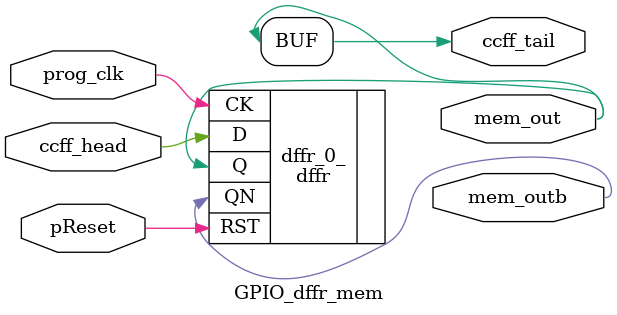
<source format=v>
`default_nettype none

module mux_tree_tapbuf_size4_mem(pReset,
                                 prog_clk,
                                 ccff_head,
                                 ccff_tail,
                                 mem_out,
                                 mem_outb);
//----- GLOBAL PORTS -----
input [0:0] pReset;
//----- GLOBAL PORTS -----
input [0:0] prog_clk;
//----- INPUT PORTS -----
input [0:0] ccff_head;
//----- OUTPUT PORTS -----
output [0:0] ccff_tail;
//----- OUTPUT PORTS -----
output [0:2] mem_out;
//----- OUTPUT PORTS -----
output [0:2] mem_outb;

//----- BEGIN wire-connection ports -----
//----- END wire-connection ports -----


//----- BEGIN Registered ports -----
//----- END Registered ports -----



// ----- BEGIN Local short connections -----
// ----- END Local short connections -----
// ----- BEGIN Local output short connections -----
	assign ccff_tail[0] = mem_out[2];
// ----- END Local output short connections -----

	dffr dffr_0_ (
		.RST(pReset),
		.CK(prog_clk),
		.D(ccff_head),
		.Q(mem_out[0]),
		.QN(mem_outb[0]));

	dffr dffr_1_ (
		.RST(pReset),
		.CK(prog_clk),
		.D(mem_out[0]),
		.Q(mem_out[1]),
		.QN(mem_outb[1]));

	dffr dffr_2_ (
		.RST(pReset),
		.CK(prog_clk),
		.D(mem_out[1]),
		.Q(mem_out[2]),
		.QN(mem_outb[2]));

endmodule
// ----- END Verilog module for mux_tree_tapbuf_size4_mem -----

//----- Default net type -----
`default_nettype wire




//----- Default net type -----
`default_nettype none

// ----- Verilog module for mux_tree_tapbuf_size2_mem -----
module mux_tree_tapbuf_size2_mem(pReset,
                                 prog_clk,
                                 ccff_head,
                                 ccff_tail,
                                 mem_out,
                                 mem_outb);
//----- GLOBAL PORTS -----
input [0:0] pReset;
//----- GLOBAL PORTS -----
input [0:0] prog_clk;
//----- INPUT PORTS -----
input [0:0] ccff_head;
//----- OUTPUT PORTS -----
output [0:0] ccff_tail;
//----- OUTPUT PORTS -----
output [0:1] mem_out;
//----- OUTPUT PORTS -----
output [0:1] mem_outb;

//----- BEGIN wire-connection ports -----
//----- END wire-connection ports -----


//----- BEGIN Registered ports -----
//----- END Registered ports -----



// ----- BEGIN Local short connections -----
// ----- END Local short connections -----
// ----- BEGIN Local output short connections -----
	assign ccff_tail[0] = mem_out[1];
// ----- END Local output short connections -----

	dffr dffr_0_ (
		.RST(pReset),
		.CK(prog_clk),
		.D(ccff_head),
		.Q(mem_out[0]),
		.QN(mem_outb[0]));

	dffr dffr_1_ (
		.RST(pReset),
		.CK(prog_clk),
		.D(mem_out[0]),
		.Q(mem_out[1]),
		.QN(mem_outb[1]));

endmodule
// ----- END Verilog module for mux_tree_tapbuf_size2_mem -----

//----- Default net type -----
`default_nettype wire




//----- Default net type -----
`default_nettype none

// ----- Verilog module for mux_tree_tapbuf_size3_mem -----
module mux_tree_tapbuf_size3_mem(pReset,
                                 prog_clk,
                                 ccff_head,
                                 ccff_tail,
                                 mem_out,
                                 mem_outb);
//----- GLOBAL PORTS -----
input [0:0] pReset;
//----- GLOBAL PORTS -----
input [0:0] prog_clk;
//----- INPUT PORTS -----
input [0:0] ccff_head;
//----- OUTPUT PORTS -----
output [0:0] ccff_tail;
//----- OUTPUT PORTS -----
output [0:1] mem_out;
//----- OUTPUT PORTS -----
output [0:1] mem_outb;

//----- BEGIN wire-connection ports -----
//----- END wire-connection ports -----


//----- BEGIN Registered ports -----
//----- END Registered ports -----



// ----- BEGIN Local short connections -----
// ----- END Local short connections -----
// ----- BEGIN Local output short connections -----
	assign ccff_tail[0] = mem_out[1];
// ----- END Local output short connections -----

	dffr dffr_0_ (
		.RST(pReset),
		.CK(prog_clk),
		.D(ccff_head),
		.Q(mem_out[0]),
		.QN(mem_outb[0]));

	dffr dffr_1_ (
		.RST(pReset),
		.CK(prog_clk),
		.D(mem_out[0]),
		.Q(mem_out[1]),
		.QN(mem_outb[1]));

endmodule
// ----- END Verilog module for mux_tree_tapbuf_size3_mem -----

//----- Default net type -----
`default_nettype wire




//----- Default net type -----
`default_nettype none

// ----- Verilog module for mux_tree_tapbuf_size9_mem -----
module mux_tree_tapbuf_size9_mem(pReset,
                                 prog_clk,
                                 ccff_head,
                                 ccff_tail,
                                 mem_out,
                                 mem_outb);
//----- GLOBAL PORTS -----
input [0:0] pReset;
//----- GLOBAL PORTS -----
input [0:0] prog_clk;
//----- INPUT PORTS -----
input [0:0] ccff_head;
//----- OUTPUT PORTS -----
output [0:0] ccff_tail;
//----- OUTPUT PORTS -----
output [0:3] mem_out;
//----- OUTPUT PORTS -----
output [0:3] mem_outb;

//----- BEGIN wire-connection ports -----
//----- END wire-connection ports -----


//----- BEGIN Registered ports -----
//----- END Registered ports -----



// ----- BEGIN Local short connections -----
// ----- END Local short connections -----
// ----- BEGIN Local output short connections -----
	assign ccff_tail[0] = mem_out[3];
// ----- END Local output short connections -----

	dffr dffr_0_ (
		.RST(pReset),
		.CK(prog_clk),
		.D(ccff_head),
		.Q(mem_out[0]),
		.QN(mem_outb[0]));

	dffr dffr_1_ (
		.RST(pReset),
		.CK(prog_clk),
		.D(mem_out[0]),
		.Q(mem_out[1]),
		.QN(mem_outb[1]));

	dffr dffr_2_ (
		.RST(pReset),
		.CK(prog_clk),
		.D(mem_out[1]),
		.Q(mem_out[2]),
		.QN(mem_outb[2]));

	dffr dffr_3_ (
		.RST(pReset),
		.CK(prog_clk),
		.D(mem_out[2]),
		.Q(mem_out[3]),
		.QN(mem_outb[3]));

endmodule
// ----- END Verilog module for mux_tree_tapbuf_size9_mem -----

//----- Default net type -----
`default_nettype wire




//----- Default net type -----
`default_nettype none

// ----- Verilog module for mux_tree_tapbuf_size7_mem -----
module mux_tree_tapbuf_size7_mem(pReset,
                                 prog_clk,
                                 ccff_head,
                                 ccff_tail,
                                 mem_out,
                                 mem_outb);
//----- GLOBAL PORTS -----
input [0:0] pReset;
//----- GLOBAL PORTS -----
input [0:0] prog_clk;
//----- INPUT PORTS -----
input [0:0] ccff_head;
//----- OUTPUT PORTS -----
output [0:0] ccff_tail;
//----- OUTPUT PORTS -----
output [0:2] mem_out;
//----- OUTPUT PORTS -----
output [0:2] mem_outb;

//----- BEGIN wire-connection ports -----
//----- END wire-connection ports -----


//----- BEGIN Registered ports -----
//----- END Registered ports -----



// ----- BEGIN Local short connections -----
// ----- END Local short connections -----
// ----- BEGIN Local output short connections -----
	assign ccff_tail[0] = mem_out[2];
// ----- END Local output short connections -----

	dffr dffr_0_ (
		.RST(pReset),
		.CK(prog_clk),
		.D(ccff_head),
		.Q(mem_out[0]),
		.QN(mem_outb[0]));

	dffr dffr_1_ (
		.RST(pReset),
		.CK(prog_clk),
		.D(mem_out[0]),
		.Q(mem_out[1]),
		.QN(mem_outb[1]));

	dffr dffr_2_ (
		.RST(pReset),
		.CK(prog_clk),
		.D(mem_out[1]),
		.Q(mem_out[2]),
		.QN(mem_outb[2]));

endmodule
// ----- END Verilog module for mux_tree_tapbuf_size7_mem -----

//----- Default net type -----
`default_nettype wire




//----- Default net type -----
`default_nettype none

// ----- Verilog module for mux_tree_tapbuf_size5_mem -----
module mux_tree_tapbuf_size5_mem(pReset,
                                 prog_clk,
                                 ccff_head,
                                 ccff_tail,
                                 mem_out,
                                 mem_outb);
//----- GLOBAL PORTS -----
input [0:0] pReset;
//----- GLOBAL PORTS -----
input [0:0] prog_clk;
//----- INPUT PORTS -----
input [0:0] ccff_head;
//----- OUTPUT PORTS -----
output [0:0] ccff_tail;
//----- OUTPUT PORTS -----
output [0:2] mem_out;
//----- OUTPUT PORTS -----
output [0:2] mem_outb;

//----- BEGIN wire-connection ports -----
//----- END wire-connection ports -----


//----- BEGIN Registered ports -----
//----- END Registered ports -----



// ----- BEGIN Local short connections -----
// ----- END Local short connections -----
// ----- BEGIN Local output short connections -----
	assign ccff_tail[0] = mem_out[2];
// ----- END Local output short connections -----

	dffr dffr_0_ (
		.RST(pReset),
		.CK(prog_clk),
		.D(ccff_head),
		.Q(mem_out[0]),
		.QN(mem_outb[0]));

	dffr dffr_1_ (
		.RST(pReset),
		.CK(prog_clk),
		.D(mem_out[0]),
		.Q(mem_out[1]),
		.QN(mem_outb[1]));

	dffr dffr_2_ (
		.RST(pReset),
		.CK(prog_clk),
		.D(mem_out[1]),
		.Q(mem_out[2]),
		.QN(mem_outb[2]));

endmodule
// ----- END Verilog module for mux_tree_tapbuf_size5_mem -----

//----- Default net type -----
`default_nettype wire




//----- Default net type -----
`default_nettype none

// ----- Verilog module for mux_tree_tapbuf_size6_mem -----
module mux_tree_tapbuf_size6_mem(pReset,
                                 prog_clk,
                                 ccff_head,
                                 ccff_tail,
                                 mem_out,
                                 mem_outb);
//----- GLOBAL PORTS -----
input [0:0] pReset;
//----- GLOBAL PORTS -----
input [0:0] prog_clk;
//----- INPUT PORTS -----
input [0:0] ccff_head;
//----- OUTPUT PORTS -----
output [0:0] ccff_tail;
//----- OUTPUT PORTS -----
output [0:2] mem_out;
//----- OUTPUT PORTS -----
output [0:2] mem_outb;

//----- BEGIN wire-connection ports -----
//----- END wire-connection ports -----


//----- BEGIN Registered ports -----
//----- END Registered ports -----



// ----- BEGIN Local short connections -----
// ----- END Local short connections -----
// ----- BEGIN Local output short connections -----
	assign ccff_tail[0] = mem_out[2];
// ----- END Local output short connections -----

	dffr dffr_0_ (
		.RST(pReset),
		.CK(prog_clk),
		.D(ccff_head),
		.Q(mem_out[0]),
		.QN(mem_outb[0]));

	dffr dffr_1_ (
		.RST(pReset),
		.CK(prog_clk),
		.D(mem_out[0]),
		.Q(mem_out[1]),
		.QN(mem_outb[1]));

	dffr dffr_2_ (
		.RST(pReset),
		.CK(prog_clk),
		.D(mem_out[1]),
		.Q(mem_out[2]),
		.QN(mem_outb[2]));

endmodule
// ----- END Verilog module for mux_tree_tapbuf_size6_mem -----

//----- Default net type -----
`default_nettype wire




//----- Default net type -----
`default_nettype none

// ----- Verilog module for mux_tree_tapbuf_size12_mem -----
module mux_tree_tapbuf_size12_mem(pReset,
                                  prog_clk,
                                  ccff_head,
                                  ccff_tail,
                                  mem_out,
                                  mem_outb);
//----- GLOBAL PORTS -----
input [0:0] pReset;
//----- GLOBAL PORTS -----
input [0:0] prog_clk;
//----- INPUT PORTS -----
input [0:0] ccff_head;
//----- OUTPUT PORTS -----
output [0:0] ccff_tail;
//----- OUTPUT PORTS -----
output [0:3] mem_out;
//----- OUTPUT PORTS -----
output [0:3] mem_outb;

//----- BEGIN wire-connection ports -----
//----- END wire-connection ports -----


//----- BEGIN Registered ports -----
//----- END Registered ports -----



// ----- BEGIN Local short connections -----
// ----- END Local short connections -----
// ----- BEGIN Local output short connections -----
	assign ccff_tail[0] = mem_out[3];
// ----- END Local output short connections -----

	dffr dffr_0_ (
		.RST(pReset),
		.CK(prog_clk),
		.D(ccff_head),
		.Q(mem_out[0]),
		.QN(mem_outb[0]));

	dffr dffr_1_ (
		.RST(pReset),
		.CK(prog_clk),
		.D(mem_out[0]),
		.Q(mem_out[1]),
		.QN(mem_outb[1]));

	dffr dffr_2_ (
		.RST(pReset),
		.CK(prog_clk),
		.D(mem_out[1]),
		.Q(mem_out[2]),
		.QN(mem_outb[2]));

	dffr dffr_3_ (
		.RST(pReset),
		.CK(prog_clk),
		.D(mem_out[2]),
		.Q(mem_out[3]),
		.QN(mem_outb[3]));

endmodule
// ----- END Verilog module for mux_tree_tapbuf_size12_mem -----

//----- Default net type -----
`default_nettype wire




//----- Default net type -----
`default_nettype none

// ----- Verilog module for mux_tree_tapbuf_size8_mem -----
module mux_tree_tapbuf_size8_mem(pReset,
                                 prog_clk,
                                 ccff_head,
                                 ccff_tail,
                                 mem_out,
                                 mem_outb);
//----- GLOBAL PORTS -----
input [0:0] pReset;
//----- GLOBAL PORTS -----
input [0:0] prog_clk;
//----- INPUT PORTS -----
input [0:0] ccff_head;
//----- OUTPUT PORTS -----
output [0:0] ccff_tail;
//----- OUTPUT PORTS -----
output [0:3] mem_out;
//----- OUTPUT PORTS -----
output [0:3] mem_outb;

//----- BEGIN wire-connection ports -----
//----- END wire-connection ports -----


//----- BEGIN Registered ports -----
//----- END Registered ports -----



// ----- BEGIN Local short connections -----
// ----- END Local short connections -----
// ----- BEGIN Local output short connections -----
	assign ccff_tail[0] = mem_out[3];
// ----- END Local output short connections -----

	dffr dffr_0_ (
		.RST(pReset),
		.CK(prog_clk),
		.D(ccff_head),
		.Q(mem_out[0]),
		.QN(mem_outb[0]));

	dffr dffr_1_ (
		.RST(pReset),
		.CK(prog_clk),
		.D(mem_out[0]),
		.Q(mem_out[1]),
		.QN(mem_outb[1]));

	dffr dffr_2_ (
		.RST(pReset),
		.CK(prog_clk),
		.D(mem_out[1]),
		.Q(mem_out[2]),
		.QN(mem_outb[2]));

	dffr dffr_3_ (
		.RST(pReset),
		.CK(prog_clk),
		.D(mem_out[2]),
		.Q(mem_out[3]),
		.QN(mem_outb[3]));

endmodule
// ----- END Verilog module for mux_tree_tapbuf_size8_mem -----

//----- Default net type -----
`default_nettype wire




//----- Default net type -----
`default_nettype none

// ----- Verilog module for mux_tree_size60_mem -----
module mux_tree_size60_mem(pReset,
                           prog_clk,
                           ccff_head,
                           ccff_tail,
                           mem_out,
                           mem_outb);
//----- GLOBAL PORTS -----
input [0:0] pReset;
//----- GLOBAL PORTS -----
input [0:0] prog_clk;
//----- INPUT PORTS -----
input [0:0] ccff_head;
//----- OUTPUT PORTS -----
output [0:0] ccff_tail;
//----- OUTPUT PORTS -----
output [0:5] mem_out;
//----- OUTPUT PORTS -----
output [0:5] mem_outb;

//----- BEGIN wire-connection ports -----
//----- END wire-connection ports -----


//----- BEGIN Registered ports -----
//----- END Registered ports -----



// ----- BEGIN Local short connections -----
// ----- END Local short connections -----
// ----- BEGIN Local output short connections -----
	assign ccff_tail[0] = mem_out[5];
// ----- END Local output short connections -----

	dffr dffr_0_ (
		.RST(pReset),
		.CK(prog_clk),
		.D(ccff_head),
		.Q(mem_out[0]),
		.QN(mem_outb[0]));

	dffr dffr_1_ (
		.RST(pReset),
		.CK(prog_clk),
		.D(mem_out[0]),
		.Q(mem_out[1]),
		.QN(mem_outb[1]));

	dffr dffr_2_ (
		.RST(pReset),
		.CK(prog_clk),
		.D(mem_out[1]),
		.Q(mem_out[2]),
		.QN(mem_outb[2]));

	dffr dffr_3_ (
		.RST(pReset),
		.CK(prog_clk),
		.D(mem_out[2]),
		.Q(mem_out[3]),
		.QN(mem_outb[3]));

	dffr dffr_4_ (
		.RST(pReset),
		.CK(prog_clk),
		.D(mem_out[3]),
		.Q(mem_out[4]),
		.QN(mem_outb[4]));

	dffr dffr_5_ (
		.RST(pReset),
		.CK(prog_clk),
		.D(mem_out[4]),
		.Q(mem_out[5]),
		.QN(mem_outb[5]));

endmodule
// ----- END Verilog module for mux_tree_size60_mem -----

//----- Default net type -----
`default_nettype wire




//----- Default net type -----
`default_nettype none

// ----- Verilog module for mux_tree_size2_mem -----
module mux_tree_size2_mem(pReset,
                          prog_clk,
                          ccff_head,
                          ccff_tail,
                          mem_out,
                          mem_outb);
//----- GLOBAL PORTS -----
input [0:0] pReset;
//----- GLOBAL PORTS -----
input [0:0] prog_clk;
//----- INPUT PORTS -----
input [0:0] ccff_head;
//----- OUTPUT PORTS -----
output [0:0] ccff_tail;
//----- OUTPUT PORTS -----
output [0:1] mem_out;
//----- OUTPUT PORTS -----
output [0:1] mem_outb;

//----- BEGIN wire-connection ports -----
//----- END wire-connection ports -----


//----- BEGIN Registered ports -----
//----- END Registered ports -----



// ----- BEGIN Local short connections -----
// ----- END Local short connections -----
// ----- BEGIN Local output short connections -----
	assign ccff_tail[0] = mem_out[1];
// ----- END Local output short connections -----

	dffr dffr_0_ (
		.RST(pReset),
		.CK(prog_clk),
		.D(ccff_head),
		.Q(mem_out[0]),
		.QN(mem_outb[0]));

	dffr dffr_1_ (
		.RST(pReset),
		.CK(prog_clk),
		.D(mem_out[0]),
		.Q(mem_out[1]),
		.QN(mem_outb[1]));

endmodule
// ----- END Verilog module for mux_tree_size2_mem -----

//----- Default net type -----
`default_nettype wire




//----- Default net type -----
`default_nettype none

// ----- Verilog module for frac_lut6_dffr_mem -----
module frac_lut6_dffr_mem(pReset,
                          prog_clk,
                          ccff_head,
                          ccff_tail,
                          mem_out,
                          mem_outb);
//----- GLOBAL PORTS -----
input [0:0] pReset;
//----- GLOBAL PORTS -----
input [0:0] prog_clk;
//----- INPUT PORTS -----
input [0:0] ccff_head;
//----- OUTPUT PORTS -----
output [0:0] ccff_tail;
//----- OUTPUT PORTS -----
output [0:64] mem_out;
//----- OUTPUT PORTS -----
output [0:64] mem_outb;

//----- BEGIN wire-connection ports -----
//----- END wire-connection ports -----


//----- BEGIN Registered ports -----
//----- END Registered ports -----



// ----- BEGIN Local short connections -----
// ----- END Local short connections -----
// ----- BEGIN Local output short connections -----
	assign ccff_tail[0] = mem_out[64];
// ----- END Local output short connections -----

	dffr dffr_0_ (
		.RST(pReset),
		.CK(prog_clk),
		.D(ccff_head),
		.Q(mem_out[0]),
		.QN(mem_outb[0]));

	dffr dffr_1_ (
		.RST(pReset),
		.CK(prog_clk),
		.D(mem_out[0]),
		.Q(mem_out[1]),
		.QN(mem_outb[1]));

	dffr dffr_2_ (
		.RST(pReset),
		.CK(prog_clk),
		.D(mem_out[1]),
		.Q(mem_out[2]),
		.QN(mem_outb[2]));

	dffr dffr_3_ (
		.RST(pReset),
		.CK(prog_clk),
		.D(mem_out[2]),
		.Q(mem_out[3]),
		.QN(mem_outb[3]));

	dffr dffr_4_ (
		.RST(pReset),
		.CK(prog_clk),
		.D(mem_out[3]),
		.Q(mem_out[4]),
		.QN(mem_outb[4]));

	dffr dffr_5_ (
		.RST(pReset),
		.CK(prog_clk),
		.D(mem_out[4]),
		.Q(mem_out[5]),
		.QN(mem_outb[5]));

	dffr dffr_6_ (
		.RST(pReset),
		.CK(prog_clk),
		.D(mem_out[5]),
		.Q(mem_out[6]),
		.QN(mem_outb[6]));

	dffr dffr_7_ (
		.RST(pReset),
		.CK(prog_clk),
		.D(mem_out[6]),
		.Q(mem_out[7]),
		.QN(mem_outb[7]));

	dffr dffr_8_ (
		.RST(pReset),
		.CK(prog_clk),
		.D(mem_out[7]),
		.Q(mem_out[8]),
		.QN(mem_outb[8]));

	dffr dffr_9_ (
		.RST(pReset),
		.CK(prog_clk),
		.D(mem_out[8]),
		.Q(mem_out[9]),
		.QN(mem_outb[9]));

	dffr dffr_10_ (
		.RST(pReset),
		.CK(prog_clk),
		.D(mem_out[9]),
		.Q(mem_out[10]),
		.QN(mem_outb[10]));

	dffr dffr_11_ (
		.RST(pReset),
		.CK(prog_clk),
		.D(mem_out[10]),
		.Q(mem_out[11]),
		.QN(mem_outb[11]));

	dffr dffr_12_ (
		.RST(pReset),
		.CK(prog_clk),
		.D(mem_out[11]),
		.Q(mem_out[12]),
		.QN(mem_outb[12]));

	dffr dffr_13_ (
		.RST(pReset),
		.CK(prog_clk),
		.D(mem_out[12]),
		.Q(mem_out[13]),
		.QN(mem_outb[13]));

	dffr dffr_14_ (
		.RST(pReset),
		.CK(prog_clk),
		.D(mem_out[13]),
		.Q(mem_out[14]),
		.QN(mem_outb[14]));

	dffr dffr_15_ (
		.RST(pReset),
		.CK(prog_clk),
		.D(mem_out[14]),
		.Q(mem_out[15]),
		.QN(mem_outb[15]));

	dffr dffr_16_ (
		.RST(pReset),
		.CK(prog_clk),
		.D(mem_out[15]),
		.Q(mem_out[16]),
		.QN(mem_outb[16]));

	dffr dffr_17_ (
		.RST(pReset),
		.CK(prog_clk),
		.D(mem_out[16]),
		.Q(mem_out[17]),
		.QN(mem_outb[17]));

	dffr dffr_18_ (
		.RST(pReset),
		.CK(prog_clk),
		.D(mem_out[17]),
		.Q(mem_out[18]),
		.QN(mem_outb[18]));

	dffr dffr_19_ (
		.RST(pReset),
		.CK(prog_clk),
		.D(mem_out[18]),
		.Q(mem_out[19]),
		.QN(mem_outb[19]));

	dffr dffr_20_ (
		.RST(pReset),
		.CK(prog_clk),
		.D(mem_out[19]),
		.Q(mem_out[20]),
		.QN(mem_outb[20]));

	dffr dffr_21_ (
		.RST(pReset),
		.CK(prog_clk),
		.D(mem_out[20]),
		.Q(mem_out[21]),
		.QN(mem_outb[21]));

	dffr dffr_22_ (
		.RST(pReset),
		.CK(prog_clk),
		.D(mem_out[21]),
		.Q(mem_out[22]),
		.QN(mem_outb[22]));

	dffr dffr_23_ (
		.RST(pReset),
		.CK(prog_clk),
		.D(mem_out[22]),
		.Q(mem_out[23]),
		.QN(mem_outb[23]));

	dffr dffr_24_ (
		.RST(pReset),
		.CK(prog_clk),
		.D(mem_out[23]),
		.Q(mem_out[24]),
		.QN(mem_outb[24]));

	dffr dffr_25_ (
		.RST(pReset),
		.CK(prog_clk),
		.D(mem_out[24]),
		.Q(mem_out[25]),
		.QN(mem_outb[25]));

	dffr dffr_26_ (
		.RST(pReset),
		.CK(prog_clk),
		.D(mem_out[25]),
		.Q(mem_out[26]),
		.QN(mem_outb[26]));

	dffr dffr_27_ (
		.RST(pReset),
		.CK(prog_clk),
		.D(mem_out[26]),
		.Q(mem_out[27]),
		.QN(mem_outb[27]));

	dffr dffr_28_ (
		.RST(pReset),
		.CK(prog_clk),
		.D(mem_out[27]),
		.Q(mem_out[28]),
		.QN(mem_outb[28]));

	dffr dffr_29_ (
		.RST(pReset),
		.CK(prog_clk),
		.D(mem_out[28]),
		.Q(mem_out[29]),
		.QN(mem_outb[29]));

	dffr dffr_30_ (
		.RST(pReset),
		.CK(prog_clk),
		.D(mem_out[29]),
		.Q(mem_out[30]),
		.QN(mem_outb[30]));

	dffr dffr_31_ (
		.RST(pReset),
		.CK(prog_clk),
		.D(mem_out[30]),
		.Q(mem_out[31]),
		.QN(mem_outb[31]));

	dffr dffr_32_ (
		.RST(pReset),
		.CK(prog_clk),
		.D(mem_out[31]),
		.Q(mem_out[32]),
		.QN(mem_outb[32]));

	dffr dffr_33_ (
		.RST(pReset),
		.CK(prog_clk),
		.D(mem_out[32]),
		.Q(mem_out[33]),
		.QN(mem_outb[33]));

	dffr dffr_34_ (
		.RST(pReset),
		.CK(prog_clk),
		.D(mem_out[33]),
		.Q(mem_out[34]),
		.QN(mem_outb[34]));

	dffr dffr_35_ (
		.RST(pReset),
		.CK(prog_clk),
		.D(mem_out[34]),
		.Q(mem_out[35]),
		.QN(mem_outb[35]));

	dffr dffr_36_ (
		.RST(pReset),
		.CK(prog_clk),
		.D(mem_out[35]),
		.Q(mem_out[36]),
		.QN(mem_outb[36]));

	dffr dffr_37_ (
		.RST(pReset),
		.CK(prog_clk),
		.D(mem_out[36]),
		.Q(mem_out[37]),
		.QN(mem_outb[37]));

	dffr dffr_38_ (
		.RST(pReset),
		.CK(prog_clk),
		.D(mem_out[37]),
		.Q(mem_out[38]),
		.QN(mem_outb[38]));

	dffr dffr_39_ (
		.RST(pReset),
		.CK(prog_clk),
		.D(mem_out[38]),
		.Q(mem_out[39]),
		.QN(mem_outb[39]));

	dffr dffr_40_ (
		.RST(pReset),
		.CK(prog_clk),
		.D(mem_out[39]),
		.Q(mem_out[40]),
		.QN(mem_outb[40]));

	dffr dffr_41_ (
		.RST(pReset),
		.CK(prog_clk),
		.D(mem_out[40]),
		.Q(mem_out[41]),
		.QN(mem_outb[41]));

	dffr dffr_42_ (
		.RST(pReset),
		.CK(prog_clk),
		.D(mem_out[41]),
		.Q(mem_out[42]),
		.QN(mem_outb[42]));

	dffr dffr_43_ (
		.RST(pReset),
		.CK(prog_clk),
		.D(mem_out[42]),
		.Q(mem_out[43]),
		.QN(mem_outb[43]));

	dffr dffr_44_ (
		.RST(pReset),
		.CK(prog_clk),
		.D(mem_out[43]),
		.Q(mem_out[44]),
		.QN(mem_outb[44]));

	dffr dffr_45_ (
		.RST(pReset),
		.CK(prog_clk),
		.D(mem_out[44]),
		.Q(mem_out[45]),
		.QN(mem_outb[45]));

	dffr dffr_46_ (
		.RST(pReset),
		.CK(prog_clk),
		.D(mem_out[45]),
		.Q(mem_out[46]),
		.QN(mem_outb[46]));

	dffr dffr_47_ (
		.RST(pReset),
		.CK(prog_clk),
		.D(mem_out[46]),
		.Q(mem_out[47]),
		.QN(mem_outb[47]));

	dffr dffr_48_ (
		.RST(pReset),
		.CK(prog_clk),
		.D(mem_out[47]),
		.Q(mem_out[48]),
		.QN(mem_outb[48]));

	dffr dffr_49_ (
		.RST(pReset),
		.CK(prog_clk),
		.D(mem_out[48]),
		.Q(mem_out[49]),
		.QN(mem_outb[49]));

	dffr dffr_50_ (
		.RST(pReset),
		.CK(prog_clk),
		.D(mem_out[49]),
		.Q(mem_out[50]),
		.QN(mem_outb[50]));

	dffr dffr_51_ (
		.RST(pReset),
		.CK(prog_clk),
		.D(mem_out[50]),
		.Q(mem_out[51]),
		.QN(mem_outb[51]));

	dffr dffr_52_ (
		.RST(pReset),
		.CK(prog_clk),
		.D(mem_out[51]),
		.Q(mem_out[52]),
		.QN(mem_outb[52]));

	dffr dffr_53_ (
		.RST(pReset),
		.CK(prog_clk),
		.D(mem_out[52]),
		.Q(mem_out[53]),
		.QN(mem_outb[53]));

	dffr dffr_54_ (
		.RST(pReset),
		.CK(prog_clk),
		.D(mem_out[53]),
		.Q(mem_out[54]),
		.QN(mem_outb[54]));

	dffr dffr_55_ (
		.RST(pReset),
		.CK(prog_clk),
		.D(mem_out[54]),
		.Q(mem_out[55]),
		.QN(mem_outb[55]));

	dffr dffr_56_ (
		.RST(pReset),
		.CK(prog_clk),
		.D(mem_out[55]),
		.Q(mem_out[56]),
		.QN(mem_outb[56]));

	dffr dffr_57_ (
		.RST(pReset),
		.CK(prog_clk),
		.D(mem_out[56]),
		.Q(mem_out[57]),
		.QN(mem_outb[57]));

	dffr dffr_58_ (
		.RST(pReset),
		.CK(prog_clk),
		.D(mem_out[57]),
		.Q(mem_out[58]),
		.QN(mem_outb[58]));

	dffr dffr_59_ (
		.RST(pReset),
		.CK(prog_clk),
		.D(mem_out[58]),
		.Q(mem_out[59]),
		.QN(mem_outb[59]));

	dffr dffr_60_ (
		.RST(pReset),
		.CK(prog_clk),
		.D(mem_out[59]),
		.Q(mem_out[60]),
		.QN(mem_outb[60]));

	dffr dffr_61_ (
		.RST(pReset),
		.CK(prog_clk),
		.D(mem_out[60]),
		.Q(mem_out[61]),
		.QN(mem_outb[61]));

	dffr dffr_62_ (
		.RST(pReset),
		.CK(prog_clk),
		.D(mem_out[61]),
		.Q(mem_out[62]),
		.QN(mem_outb[62]));

	dffr dffr_63_ (
		.RST(pReset),
		.CK(prog_clk),
		.D(mem_out[62]),
		.Q(mem_out[63]),
		.QN(mem_outb[63]));

	dffr dffr_64_ (
		.RST(pReset),
		.CK(prog_clk),
		.D(mem_out[63]),
		.Q(mem_out[64]),
		.QN(mem_outb[64]));

endmodule
// ----- END Verilog module for frac_lut6_dffr_mem -----

//----- Default net type -----
`default_nettype wire




//----- Default net type -----
`default_nettype none

// ----- Verilog module for GPIO_dffr_mem -----
module GPIO_dffr_mem(pReset,
                     prog_clk,
                     ccff_head,
                     ccff_tail,
                     mem_out,
                     mem_outb);
//----- GLOBAL PORTS -----
input [0:0] pReset;
//----- GLOBAL PORTS -----
input [0:0] prog_clk;
//----- INPUT PORTS -----
input [0:0] ccff_head;
//----- OUTPUT PORTS -----
output [0:0] ccff_tail;
//----- OUTPUT PORTS -----
output [0:0] mem_out;
//----- OUTPUT PORTS -----
output [0:0] mem_outb;

//----- BEGIN wire-connection ports -----
//----- END wire-connection ports -----


//----- BEGIN Registered ports -----
//----- END Registered ports -----



// ----- BEGIN Local short connections -----
// ----- END Local short connections -----
// ----- BEGIN Local output short connections -----
	assign ccff_tail[0] = mem_out[0];
// ----- END Local output short connections -----

	dffr dffr_0_ (
		.RST(pReset),
		.CK(prog_clk),
		.D(ccff_head),
		.Q(mem_out),
		.QN(mem_outb));

endmodule
// ----- END Verilog module for GPIO_dffr_mem -----

//----- Default net type -----
`default_nettype wire





</source>
